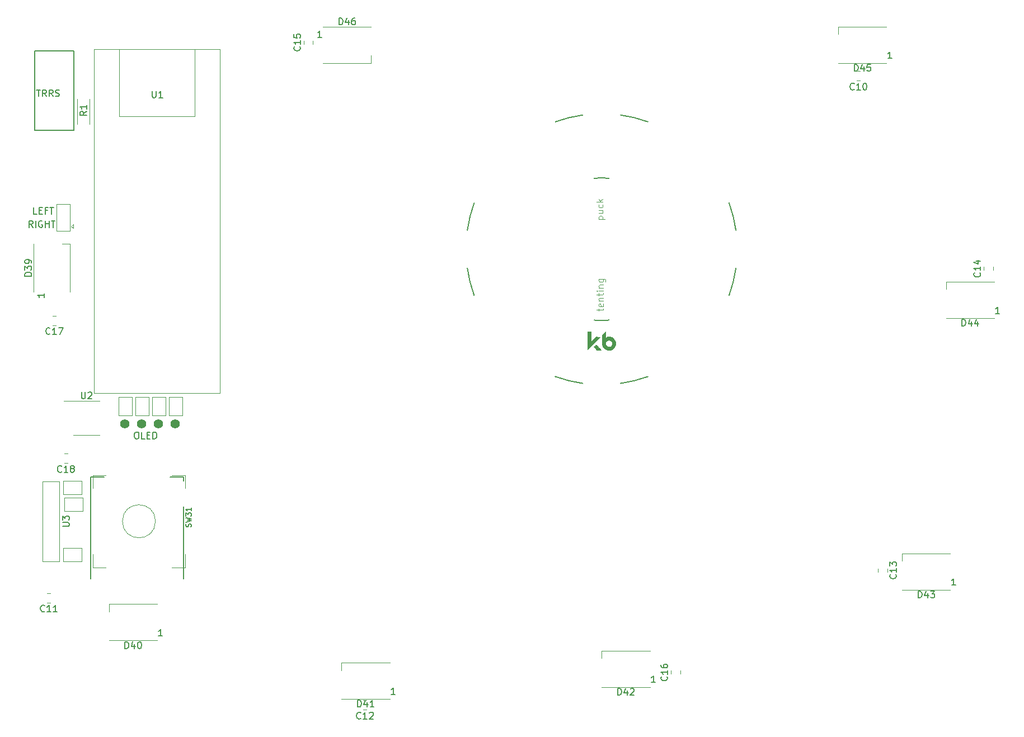
<source format=gbr>
G04 #@! TF.GenerationSoftware,KiCad,Pcbnew,5.99.0-unknown-78b555afa2~127~ubuntu20.04.1*
G04 #@! TF.CreationDate,2021-05-01T17:37:31+01:00*
G04 #@! TF.ProjectId,grandiceps-rev2,6772616e-6469-4636-9570-732d72657632,rev?*
G04 #@! TF.SameCoordinates,Original*
G04 #@! TF.FileFunction,Legend,Top*
G04 #@! TF.FilePolarity,Positive*
%FSLAX46Y46*%
G04 Gerber Fmt 4.6, Leading zero omitted, Abs format (unit mm)*
G04 Created by KiCad (PCBNEW 5.99.0-unknown-78b555afa2~127~ubuntu20.04.1) date 2021-05-01 17:37:31*
%MOMM*%
%LPD*%
G01*
G04 APERTURE LIST*
%ADD10C,0.150000*%
%ADD11C,0.200000*%
%ADD12C,0.100000*%
%ADD13C,0.120000*%
%ADD14C,0.010000*%
%ADD15C,1.397000*%
G04 APERTURE END LIST*
D10*
X91376666Y-72842380D02*
X91043333Y-72366190D01*
X90805238Y-72842380D02*
X90805238Y-71842380D01*
X91186190Y-71842380D01*
X91281428Y-71890000D01*
X91329047Y-71937619D01*
X91376666Y-72032857D01*
X91376666Y-72175714D01*
X91329047Y-72270952D01*
X91281428Y-72318571D01*
X91186190Y-72366190D01*
X90805238Y-72366190D01*
X91805238Y-72842380D02*
X91805238Y-71842380D01*
X92805238Y-71890000D02*
X92710000Y-71842380D01*
X92567142Y-71842380D01*
X92424285Y-71890000D01*
X92329047Y-71985238D01*
X92281428Y-72080476D01*
X92233809Y-72270952D01*
X92233809Y-72413809D01*
X92281428Y-72604285D01*
X92329047Y-72699523D01*
X92424285Y-72794761D01*
X92567142Y-72842380D01*
X92662380Y-72842380D01*
X92805238Y-72794761D01*
X92852857Y-72747142D01*
X92852857Y-72413809D01*
X92662380Y-72413809D01*
X93281428Y-72842380D02*
X93281428Y-71842380D01*
X93281428Y-72318571D02*
X93852857Y-72318571D01*
X93852857Y-72842380D02*
X93852857Y-71842380D01*
X94186190Y-71842380D02*
X94757619Y-71842380D01*
X94471904Y-72842380D02*
X94471904Y-71842380D01*
X92011619Y-70810380D02*
X91535428Y-70810380D01*
X91535428Y-69810380D01*
X92344952Y-70286571D02*
X92678285Y-70286571D01*
X92821142Y-70810380D02*
X92344952Y-70810380D01*
X92344952Y-69810380D01*
X92821142Y-69810380D01*
X93583047Y-70286571D02*
X93249714Y-70286571D01*
X93249714Y-70810380D02*
X93249714Y-69810380D01*
X93725904Y-69810380D01*
X93964000Y-69810380D02*
X94535428Y-69810380D01*
X94249714Y-70810380D02*
X94249714Y-69810380D01*
D11*
X115298809Y-118197619D02*
X115336904Y-118083333D01*
X115336904Y-117892857D01*
X115298809Y-117816666D01*
X115260714Y-117778571D01*
X115184523Y-117740476D01*
X115108333Y-117740476D01*
X115032142Y-117778571D01*
X114994047Y-117816666D01*
X114955952Y-117892857D01*
X114917857Y-118045238D01*
X114879761Y-118121428D01*
X114841666Y-118159523D01*
X114765476Y-118197619D01*
X114689285Y-118197619D01*
X114613095Y-118159523D01*
X114575000Y-118121428D01*
X114536904Y-118045238D01*
X114536904Y-117854761D01*
X114575000Y-117740476D01*
X114536904Y-117473809D02*
X115336904Y-117283333D01*
X114765476Y-117130952D01*
X115336904Y-116978571D01*
X114536904Y-116788095D01*
X114536904Y-116559523D02*
X114536904Y-116064285D01*
X114841666Y-116330952D01*
X114841666Y-116216666D01*
X114879761Y-116140476D01*
X114917857Y-116102380D01*
X114994047Y-116064285D01*
X115184523Y-116064285D01*
X115260714Y-116102380D01*
X115298809Y-116140476D01*
X115336904Y-116216666D01*
X115336904Y-116445238D01*
X115298809Y-116521428D01*
X115260714Y-116559523D01*
X115336904Y-115302380D02*
X115336904Y-115759523D01*
X115336904Y-115530952D02*
X114536904Y-115530952D01*
X114651190Y-115607142D01*
X114727380Y-115683333D01*
X114765476Y-115759523D01*
D10*
X109449095Y-52200180D02*
X109449095Y-53009704D01*
X109496714Y-53104942D01*
X109544333Y-53152561D01*
X109639571Y-53200180D01*
X109830047Y-53200180D01*
X109925285Y-53152561D01*
X109972904Y-53104942D01*
X110020523Y-53009704D01*
X110020523Y-52200180D01*
X111020523Y-53200180D02*
X110449095Y-53200180D01*
X110734809Y-53200180D02*
X110734809Y-52200180D01*
X110639571Y-52343038D01*
X110544333Y-52438276D01*
X110449095Y-52485895D01*
X99512380Y-55284666D02*
X99036190Y-55618000D01*
X99512380Y-55856095D02*
X98512380Y-55856095D01*
X98512380Y-55475142D01*
X98560000Y-55379904D01*
X98607619Y-55332285D01*
X98702857Y-55284666D01*
X98845714Y-55284666D01*
X98940952Y-55332285D01*
X98988571Y-55379904D01*
X99036190Y-55475142D01*
X99036190Y-55856095D01*
X99512380Y-54332285D02*
X99512380Y-54903714D01*
X99512380Y-54618000D02*
X98512380Y-54618000D01*
X98655238Y-54713238D01*
X98750476Y-54808476D01*
X98798095Y-54903714D01*
X225353714Y-128920380D02*
X225353714Y-127920380D01*
X225591809Y-127920380D01*
X225734666Y-127968000D01*
X225829904Y-128063238D01*
X225877523Y-128158476D01*
X225925142Y-128348952D01*
X225925142Y-128491809D01*
X225877523Y-128682285D01*
X225829904Y-128777523D01*
X225734666Y-128872761D01*
X225591809Y-128920380D01*
X225353714Y-128920380D01*
X226782285Y-128253714D02*
X226782285Y-128920380D01*
X226544190Y-127872761D02*
X226306095Y-128587047D01*
X226925142Y-128587047D01*
X227210857Y-127920380D02*
X227829904Y-127920380D01*
X227496571Y-128301333D01*
X227639428Y-128301333D01*
X227734666Y-128348952D01*
X227782285Y-128396571D01*
X227829904Y-128491809D01*
X227829904Y-128729904D01*
X227782285Y-128825142D01*
X227734666Y-128872761D01*
X227639428Y-128920380D01*
X227353714Y-128920380D01*
X227258476Y-128872761D01*
X227210857Y-128825142D01*
X231003714Y-127020380D02*
X230432285Y-127020380D01*
X230718000Y-127020380D02*
X230718000Y-126020380D01*
X230622761Y-126163238D01*
X230527523Y-126258476D01*
X230432285Y-126306095D01*
X91186380Y-80208285D02*
X90186380Y-80208285D01*
X90186380Y-79970190D01*
X90234000Y-79827333D01*
X90329238Y-79732095D01*
X90424476Y-79684476D01*
X90614952Y-79636857D01*
X90757809Y-79636857D01*
X90948285Y-79684476D01*
X91043523Y-79732095D01*
X91138761Y-79827333D01*
X91186380Y-79970190D01*
X91186380Y-80208285D01*
X90186380Y-79303523D02*
X90186380Y-78684476D01*
X90567333Y-79017809D01*
X90567333Y-78874952D01*
X90614952Y-78779714D01*
X90662571Y-78732095D01*
X90757809Y-78684476D01*
X90995904Y-78684476D01*
X91091142Y-78732095D01*
X91138761Y-78779714D01*
X91186380Y-78874952D01*
X91186380Y-79160666D01*
X91138761Y-79255904D01*
X91091142Y-79303523D01*
X91186380Y-78208285D02*
X91186380Y-78017809D01*
X91138761Y-77922571D01*
X91091142Y-77874952D01*
X90948285Y-77779714D01*
X90757809Y-77732095D01*
X90376857Y-77732095D01*
X90281619Y-77779714D01*
X90234000Y-77827333D01*
X90186380Y-77922571D01*
X90186380Y-78113047D01*
X90234000Y-78208285D01*
X90281619Y-78255904D01*
X90376857Y-78303523D01*
X90614952Y-78303523D01*
X90710190Y-78255904D01*
X90757809Y-78208285D01*
X90805428Y-78113047D01*
X90805428Y-77922571D01*
X90757809Y-77827333D01*
X90710190Y-77779714D01*
X90614952Y-77732095D01*
X93086380Y-82858285D02*
X93086380Y-83429714D01*
X93086380Y-83144000D02*
X92086380Y-83144000D01*
X92229238Y-83239238D01*
X92324476Y-83334476D01*
X92372095Y-83429714D01*
X93994642Y-88957142D02*
X93947023Y-89004761D01*
X93804166Y-89052380D01*
X93708928Y-89052380D01*
X93566071Y-89004761D01*
X93470833Y-88909523D01*
X93423214Y-88814285D01*
X93375595Y-88623809D01*
X93375595Y-88480952D01*
X93423214Y-88290476D01*
X93470833Y-88195238D01*
X93566071Y-88100000D01*
X93708928Y-88052380D01*
X93804166Y-88052380D01*
X93947023Y-88100000D01*
X93994642Y-88147619D01*
X94947023Y-89052380D02*
X94375595Y-89052380D01*
X94661309Y-89052380D02*
X94661309Y-88052380D01*
X94566071Y-88195238D01*
X94470833Y-88290476D01*
X94375595Y-88338095D01*
X95280357Y-88052380D02*
X95947023Y-88052380D01*
X95518452Y-89052380D01*
X93169642Y-130957142D02*
X93122023Y-131004761D01*
X92979166Y-131052380D01*
X92883928Y-131052380D01*
X92741071Y-131004761D01*
X92645833Y-130909523D01*
X92598214Y-130814285D01*
X92550595Y-130623809D01*
X92550595Y-130480952D01*
X92598214Y-130290476D01*
X92645833Y-130195238D01*
X92741071Y-130100000D01*
X92883928Y-130052380D01*
X92979166Y-130052380D01*
X93122023Y-130100000D01*
X93169642Y-130147619D01*
X94122023Y-131052380D02*
X93550595Y-131052380D01*
X93836309Y-131052380D02*
X93836309Y-130052380D01*
X93741071Y-130195238D01*
X93645833Y-130290476D01*
X93550595Y-130338095D01*
X95074404Y-131052380D02*
X94502976Y-131052380D01*
X94788690Y-131052380D02*
X94788690Y-130052380D01*
X94693452Y-130195238D01*
X94598214Y-130290476D01*
X94502976Y-130338095D01*
X231985714Y-87777380D02*
X231985714Y-86777380D01*
X232223809Y-86777380D01*
X232366666Y-86825000D01*
X232461904Y-86920238D01*
X232509523Y-87015476D01*
X232557142Y-87205952D01*
X232557142Y-87348809D01*
X232509523Y-87539285D01*
X232461904Y-87634523D01*
X232366666Y-87729761D01*
X232223809Y-87777380D01*
X231985714Y-87777380D01*
X233414285Y-87110714D02*
X233414285Y-87777380D01*
X233176190Y-86729761D02*
X232938095Y-87444047D01*
X233557142Y-87444047D01*
X234366666Y-87110714D02*
X234366666Y-87777380D01*
X234128571Y-86729761D02*
X233890476Y-87444047D01*
X234509523Y-87444047D01*
X237635714Y-85877380D02*
X237064285Y-85877380D01*
X237350000Y-85877380D02*
X237350000Y-84877380D01*
X237254761Y-85020238D01*
X237159523Y-85115476D01*
X237064285Y-85163095D01*
X215701714Y-49164380D02*
X215701714Y-48164380D01*
X215939809Y-48164380D01*
X216082666Y-48212000D01*
X216177904Y-48307238D01*
X216225523Y-48402476D01*
X216273142Y-48592952D01*
X216273142Y-48735809D01*
X216225523Y-48926285D01*
X216177904Y-49021523D01*
X216082666Y-49116761D01*
X215939809Y-49164380D01*
X215701714Y-49164380D01*
X217130285Y-48497714D02*
X217130285Y-49164380D01*
X216892190Y-48116761D02*
X216654095Y-48831047D01*
X217273142Y-48831047D01*
X218130285Y-48164380D02*
X217654095Y-48164380D01*
X217606476Y-48640571D01*
X217654095Y-48592952D01*
X217749333Y-48545333D01*
X217987428Y-48545333D01*
X218082666Y-48592952D01*
X218130285Y-48640571D01*
X218177904Y-48735809D01*
X218177904Y-48973904D01*
X218130285Y-49069142D01*
X218082666Y-49116761D01*
X217987428Y-49164380D01*
X217749333Y-49164380D01*
X217654095Y-49116761D01*
X217606476Y-49069142D01*
X221351714Y-47264380D02*
X220780285Y-47264380D01*
X221066000Y-47264380D02*
X221066000Y-46264380D01*
X220970761Y-46407238D01*
X220875523Y-46502476D01*
X220780285Y-46550095D01*
X187332142Y-140867857D02*
X187379761Y-140915476D01*
X187427380Y-141058333D01*
X187427380Y-141153571D01*
X187379761Y-141296428D01*
X187284523Y-141391666D01*
X187189285Y-141439285D01*
X186998809Y-141486904D01*
X186855952Y-141486904D01*
X186665476Y-141439285D01*
X186570238Y-141391666D01*
X186475000Y-141296428D01*
X186427380Y-141153571D01*
X186427380Y-141058333D01*
X186475000Y-140915476D01*
X186522619Y-140867857D01*
X187427380Y-139915476D02*
X187427380Y-140486904D01*
X187427380Y-140201190D02*
X186427380Y-140201190D01*
X186570238Y-140296428D01*
X186665476Y-140391666D01*
X186713095Y-140486904D01*
X186427380Y-139058333D02*
X186427380Y-139248809D01*
X186475000Y-139344047D01*
X186522619Y-139391666D01*
X186665476Y-139486904D01*
X186855952Y-139534523D01*
X187236904Y-139534523D01*
X187332142Y-139486904D01*
X187379761Y-139439285D01*
X187427380Y-139344047D01*
X187427380Y-139153571D01*
X187379761Y-139058333D01*
X187332142Y-139010714D01*
X187236904Y-138963095D01*
X186998809Y-138963095D01*
X186903571Y-139010714D01*
X186855952Y-139058333D01*
X186808333Y-139153571D01*
X186808333Y-139344047D01*
X186855952Y-139439285D01*
X186903571Y-139486904D01*
X186998809Y-139534523D01*
X137723714Y-42164380D02*
X137723714Y-41164380D01*
X137961809Y-41164380D01*
X138104666Y-41212000D01*
X138199904Y-41307238D01*
X138247523Y-41402476D01*
X138295142Y-41592952D01*
X138295142Y-41735809D01*
X138247523Y-41926285D01*
X138199904Y-42021523D01*
X138104666Y-42116761D01*
X137961809Y-42164380D01*
X137723714Y-42164380D01*
X139152285Y-41497714D02*
X139152285Y-42164380D01*
X138914190Y-41116761D02*
X138676095Y-41831047D01*
X139295142Y-41831047D01*
X140104666Y-41164380D02*
X139914190Y-41164380D01*
X139818952Y-41212000D01*
X139771333Y-41259619D01*
X139676095Y-41402476D01*
X139628476Y-41592952D01*
X139628476Y-41973904D01*
X139676095Y-42069142D01*
X139723714Y-42116761D01*
X139818952Y-42164380D01*
X140009428Y-42164380D01*
X140104666Y-42116761D01*
X140152285Y-42069142D01*
X140199904Y-41973904D01*
X140199904Y-41735809D01*
X140152285Y-41640571D01*
X140104666Y-41592952D01*
X140009428Y-41545333D01*
X139818952Y-41545333D01*
X139723714Y-41592952D01*
X139676095Y-41640571D01*
X139628476Y-41735809D01*
X135073714Y-44064380D02*
X134502285Y-44064380D01*
X134788000Y-44064380D02*
X134788000Y-43064380D01*
X134692761Y-43207238D01*
X134597523Y-43302476D01*
X134502285Y-43350095D01*
D12*
X176981714Y-71617500D02*
X177981714Y-71617500D01*
X177029333Y-71617500D02*
X176981714Y-71522261D01*
X176981714Y-71331785D01*
X177029333Y-71236547D01*
X177076952Y-71188928D01*
X177172190Y-71141309D01*
X177457904Y-71141309D01*
X177553142Y-71188928D01*
X177600761Y-71236547D01*
X177648380Y-71331785D01*
X177648380Y-71522261D01*
X177600761Y-71617500D01*
X176981714Y-70284166D02*
X177648380Y-70284166D01*
X176981714Y-70712738D02*
X177505523Y-70712738D01*
X177600761Y-70665119D01*
X177648380Y-70569880D01*
X177648380Y-70427023D01*
X177600761Y-70331785D01*
X177553142Y-70284166D01*
X177600761Y-69379404D02*
X177648380Y-69474642D01*
X177648380Y-69665119D01*
X177600761Y-69760357D01*
X177553142Y-69807976D01*
X177457904Y-69855595D01*
X177172190Y-69855595D01*
X177076952Y-69807976D01*
X177029333Y-69760357D01*
X176981714Y-69665119D01*
X176981714Y-69474642D01*
X177029333Y-69379404D01*
X177648380Y-68950833D02*
X176648380Y-68950833D01*
X177267428Y-68855595D02*
X177648380Y-68569880D01*
X176981714Y-68569880D02*
X177362666Y-68950833D01*
X177045214Y-85508000D02*
X177045214Y-85127047D01*
X176711880Y-85365142D02*
X177569023Y-85365142D01*
X177664261Y-85317523D01*
X177711880Y-85222285D01*
X177711880Y-85127047D01*
X177664261Y-84412761D02*
X177711880Y-84508000D01*
X177711880Y-84698476D01*
X177664261Y-84793714D01*
X177569023Y-84841333D01*
X177188071Y-84841333D01*
X177092833Y-84793714D01*
X177045214Y-84698476D01*
X177045214Y-84508000D01*
X177092833Y-84412761D01*
X177188071Y-84365142D01*
X177283309Y-84365142D01*
X177378547Y-84841333D01*
X177045214Y-83936571D02*
X177711880Y-83936571D01*
X177140452Y-83936571D02*
X177092833Y-83888952D01*
X177045214Y-83793714D01*
X177045214Y-83650857D01*
X177092833Y-83555619D01*
X177188071Y-83508000D01*
X177711880Y-83508000D01*
X177045214Y-83174666D02*
X177045214Y-82793714D01*
X176711880Y-83031809D02*
X177569023Y-83031809D01*
X177664261Y-82984190D01*
X177711880Y-82888952D01*
X177711880Y-82793714D01*
X177711880Y-82460380D02*
X177045214Y-82460380D01*
X176711880Y-82460380D02*
X176759500Y-82508000D01*
X176807119Y-82460380D01*
X176759500Y-82412761D01*
X176711880Y-82460380D01*
X176807119Y-82460380D01*
X177045214Y-81984190D02*
X177711880Y-81984190D01*
X177140452Y-81984190D02*
X177092833Y-81936571D01*
X177045214Y-81841333D01*
X177045214Y-81698476D01*
X177092833Y-81603238D01*
X177188071Y-81555619D01*
X177711880Y-81555619D01*
X177045214Y-80650857D02*
X177854738Y-80650857D01*
X177949976Y-80698476D01*
X177997595Y-80746095D01*
X178045214Y-80841333D01*
X178045214Y-80984190D01*
X177997595Y-81079428D01*
X177664261Y-80650857D02*
X177711880Y-80746095D01*
X177711880Y-80936571D01*
X177664261Y-81031809D01*
X177616642Y-81079428D01*
X177521404Y-81127047D01*
X177235690Y-81127047D01*
X177140452Y-81079428D01*
X177092833Y-81031809D01*
X177045214Y-80936571D01*
X177045214Y-80746095D01*
X177092833Y-80650857D01*
D10*
X140535714Y-145452380D02*
X140535714Y-144452380D01*
X140773809Y-144452380D01*
X140916666Y-144500000D01*
X141011904Y-144595238D01*
X141059523Y-144690476D01*
X141107142Y-144880952D01*
X141107142Y-145023809D01*
X141059523Y-145214285D01*
X141011904Y-145309523D01*
X140916666Y-145404761D01*
X140773809Y-145452380D01*
X140535714Y-145452380D01*
X141964285Y-144785714D02*
X141964285Y-145452380D01*
X141726190Y-144404761D02*
X141488095Y-145119047D01*
X142107142Y-145119047D01*
X143011904Y-145452380D02*
X142440476Y-145452380D01*
X142726190Y-145452380D02*
X142726190Y-144452380D01*
X142630952Y-144595238D01*
X142535714Y-144690476D01*
X142440476Y-144738095D01*
X146185714Y-143552380D02*
X145614285Y-143552380D01*
X145900000Y-143552380D02*
X145900000Y-142552380D01*
X145804761Y-142695238D01*
X145709523Y-142790476D01*
X145614285Y-142838095D01*
X95894380Y-118109904D02*
X96703904Y-118109904D01*
X96799142Y-118062285D01*
X96846761Y-118014666D01*
X96894380Y-117919428D01*
X96894380Y-117728952D01*
X96846761Y-117633714D01*
X96799142Y-117586095D01*
X96703904Y-117538476D01*
X95894380Y-117538476D01*
X95894380Y-117157523D02*
X95894380Y-116538476D01*
X96275333Y-116871809D01*
X96275333Y-116728952D01*
X96322952Y-116633714D01*
X96370571Y-116586095D01*
X96465809Y-116538476D01*
X96703904Y-116538476D01*
X96799142Y-116586095D01*
X96846761Y-116633714D01*
X96894380Y-116728952D01*
X96894380Y-117014666D01*
X96846761Y-117109904D01*
X96799142Y-117157523D01*
X131782142Y-45480357D02*
X131829761Y-45527976D01*
X131877380Y-45670833D01*
X131877380Y-45766071D01*
X131829761Y-45908928D01*
X131734523Y-46004166D01*
X131639285Y-46051785D01*
X131448809Y-46099404D01*
X131305952Y-46099404D01*
X131115476Y-46051785D01*
X131020238Y-46004166D01*
X130925000Y-45908928D01*
X130877380Y-45766071D01*
X130877380Y-45670833D01*
X130925000Y-45527976D01*
X130972619Y-45480357D01*
X131877380Y-44527976D02*
X131877380Y-45099404D01*
X131877380Y-44813690D02*
X130877380Y-44813690D01*
X131020238Y-44908928D01*
X131115476Y-45004166D01*
X131163095Y-45099404D01*
X130877380Y-43623214D02*
X130877380Y-44099404D01*
X131353571Y-44147023D01*
X131305952Y-44099404D01*
X131258333Y-44004166D01*
X131258333Y-43766071D01*
X131305952Y-43670833D01*
X131353571Y-43623214D01*
X131448809Y-43575595D01*
X131686904Y-43575595D01*
X131782142Y-43623214D01*
X131829761Y-43670833D01*
X131877380Y-43766071D01*
X131877380Y-44004166D01*
X131829761Y-44099404D01*
X131782142Y-44147023D01*
X95744642Y-109832142D02*
X95697023Y-109879761D01*
X95554166Y-109927380D01*
X95458928Y-109927380D01*
X95316071Y-109879761D01*
X95220833Y-109784523D01*
X95173214Y-109689285D01*
X95125595Y-109498809D01*
X95125595Y-109355952D01*
X95173214Y-109165476D01*
X95220833Y-109070238D01*
X95316071Y-108975000D01*
X95458928Y-108927380D01*
X95554166Y-108927380D01*
X95697023Y-108975000D01*
X95744642Y-109022619D01*
X96697023Y-109927380D02*
X96125595Y-109927380D01*
X96411309Y-109927380D02*
X96411309Y-108927380D01*
X96316071Y-109070238D01*
X96220833Y-109165476D01*
X96125595Y-109213095D01*
X97268452Y-109355952D02*
X97173214Y-109308333D01*
X97125595Y-109260714D01*
X97077976Y-109165476D01*
X97077976Y-109117857D01*
X97125595Y-109022619D01*
X97173214Y-108975000D01*
X97268452Y-108927380D01*
X97458928Y-108927380D01*
X97554166Y-108975000D01*
X97601785Y-109022619D01*
X97649404Y-109117857D01*
X97649404Y-109165476D01*
X97601785Y-109260714D01*
X97554166Y-109308333D01*
X97458928Y-109355952D01*
X97268452Y-109355952D01*
X97173214Y-109403571D01*
X97125595Y-109451190D01*
X97077976Y-109546428D01*
X97077976Y-109736904D01*
X97125595Y-109832142D01*
X97173214Y-109879761D01*
X97268452Y-109927380D01*
X97458928Y-109927380D01*
X97554166Y-109879761D01*
X97601785Y-109832142D01*
X97649404Y-109736904D01*
X97649404Y-109546428D01*
X97601785Y-109451190D01*
X97554166Y-109403571D01*
X97458928Y-109355952D01*
X221957142Y-125405357D02*
X222004761Y-125452976D01*
X222052380Y-125595833D01*
X222052380Y-125691071D01*
X222004761Y-125833928D01*
X221909523Y-125929166D01*
X221814285Y-125976785D01*
X221623809Y-126024404D01*
X221480952Y-126024404D01*
X221290476Y-125976785D01*
X221195238Y-125929166D01*
X221100000Y-125833928D01*
X221052380Y-125691071D01*
X221052380Y-125595833D01*
X221100000Y-125452976D01*
X221147619Y-125405357D01*
X222052380Y-124452976D02*
X222052380Y-125024404D01*
X222052380Y-124738690D02*
X221052380Y-124738690D01*
X221195238Y-124833928D01*
X221290476Y-124929166D01*
X221338095Y-125024404D01*
X221052380Y-124119642D02*
X221052380Y-123500595D01*
X221433333Y-123833928D01*
X221433333Y-123691071D01*
X221480952Y-123595833D01*
X221528571Y-123548214D01*
X221623809Y-123500595D01*
X221861904Y-123500595D01*
X221957142Y-123548214D01*
X222004761Y-123595833D01*
X222052380Y-123691071D01*
X222052380Y-123976785D01*
X222004761Y-124072023D01*
X221957142Y-124119642D01*
X107005619Y-103846380D02*
X107196095Y-103846380D01*
X107291333Y-103894000D01*
X107386571Y-103989238D01*
X107434190Y-104179714D01*
X107434190Y-104513047D01*
X107386571Y-104703523D01*
X107291333Y-104798761D01*
X107196095Y-104846380D01*
X107005619Y-104846380D01*
X106910380Y-104798761D01*
X106815142Y-104703523D01*
X106767523Y-104513047D01*
X106767523Y-104179714D01*
X106815142Y-103989238D01*
X106910380Y-103894000D01*
X107005619Y-103846380D01*
X108338952Y-104846380D02*
X107862761Y-104846380D01*
X107862761Y-103846380D01*
X108672285Y-104322571D02*
X109005619Y-104322571D01*
X109148476Y-104846380D02*
X108672285Y-104846380D01*
X108672285Y-103846380D01*
X109148476Y-103846380D01*
X109577047Y-104846380D02*
X109577047Y-103846380D01*
X109815142Y-103846380D01*
X109958000Y-103894000D01*
X110053238Y-103989238D01*
X110100857Y-104084476D01*
X110148476Y-104274952D01*
X110148476Y-104417809D01*
X110100857Y-104608285D01*
X110053238Y-104703523D01*
X109958000Y-104798761D01*
X109815142Y-104846380D01*
X109577047Y-104846380D01*
X234682142Y-79730357D02*
X234729761Y-79777976D01*
X234777380Y-79920833D01*
X234777380Y-80016071D01*
X234729761Y-80158928D01*
X234634523Y-80254166D01*
X234539285Y-80301785D01*
X234348809Y-80349404D01*
X234205952Y-80349404D01*
X234015476Y-80301785D01*
X233920238Y-80254166D01*
X233825000Y-80158928D01*
X233777380Y-80016071D01*
X233777380Y-79920833D01*
X233825000Y-79777976D01*
X233872619Y-79730357D01*
X234777380Y-78777976D02*
X234777380Y-79349404D01*
X234777380Y-79063690D02*
X233777380Y-79063690D01*
X233920238Y-79158928D01*
X234015476Y-79254166D01*
X234063095Y-79349404D01*
X234110714Y-77920833D02*
X234777380Y-77920833D01*
X233729761Y-78158928D02*
X234444047Y-78397023D01*
X234444047Y-77777976D01*
X140994642Y-147182142D02*
X140947023Y-147229761D01*
X140804166Y-147277380D01*
X140708928Y-147277380D01*
X140566071Y-147229761D01*
X140470833Y-147134523D01*
X140423214Y-147039285D01*
X140375595Y-146848809D01*
X140375595Y-146705952D01*
X140423214Y-146515476D01*
X140470833Y-146420238D01*
X140566071Y-146325000D01*
X140708928Y-146277380D01*
X140804166Y-146277380D01*
X140947023Y-146325000D01*
X140994642Y-146372619D01*
X141947023Y-147277380D02*
X141375595Y-147277380D01*
X141661309Y-147277380D02*
X141661309Y-146277380D01*
X141566071Y-146420238D01*
X141470833Y-146515476D01*
X141375595Y-146563095D01*
X142327976Y-146372619D02*
X142375595Y-146325000D01*
X142470833Y-146277380D01*
X142708928Y-146277380D01*
X142804166Y-146325000D01*
X142851785Y-146372619D01*
X142899404Y-146467857D01*
X142899404Y-146563095D01*
X142851785Y-146705952D01*
X142280357Y-147277380D01*
X142899404Y-147277380D01*
X179910714Y-143652380D02*
X179910714Y-142652380D01*
X180148809Y-142652380D01*
X180291666Y-142700000D01*
X180386904Y-142795238D01*
X180434523Y-142890476D01*
X180482142Y-143080952D01*
X180482142Y-143223809D01*
X180434523Y-143414285D01*
X180386904Y-143509523D01*
X180291666Y-143604761D01*
X180148809Y-143652380D01*
X179910714Y-143652380D01*
X181339285Y-142985714D02*
X181339285Y-143652380D01*
X181101190Y-142604761D02*
X180863095Y-143319047D01*
X181482142Y-143319047D01*
X181815476Y-142747619D02*
X181863095Y-142700000D01*
X181958333Y-142652380D01*
X182196428Y-142652380D01*
X182291666Y-142700000D01*
X182339285Y-142747619D01*
X182386904Y-142842857D01*
X182386904Y-142938095D01*
X182339285Y-143080952D01*
X181767857Y-143652380D01*
X182386904Y-143652380D01*
X185560714Y-141752380D02*
X184989285Y-141752380D01*
X185275000Y-141752380D02*
X185275000Y-140752380D01*
X185179761Y-140895238D01*
X185084523Y-140990476D01*
X184989285Y-141038095D01*
X98741095Y-97779380D02*
X98741095Y-98588904D01*
X98788714Y-98684142D01*
X98836333Y-98731761D01*
X98931571Y-98779380D01*
X99122047Y-98779380D01*
X99217285Y-98731761D01*
X99264904Y-98684142D01*
X99312523Y-98588904D01*
X99312523Y-97779380D01*
X99741095Y-97874619D02*
X99788714Y-97827000D01*
X99883952Y-97779380D01*
X100122047Y-97779380D01*
X100217285Y-97827000D01*
X100264904Y-97874619D01*
X100312523Y-97969857D01*
X100312523Y-98065095D01*
X100264904Y-98207952D01*
X99693476Y-98779380D01*
X100312523Y-98779380D01*
X215669642Y-51932142D02*
X215622023Y-51979761D01*
X215479166Y-52027380D01*
X215383928Y-52027380D01*
X215241071Y-51979761D01*
X215145833Y-51884523D01*
X215098214Y-51789285D01*
X215050595Y-51598809D01*
X215050595Y-51455952D01*
X215098214Y-51265476D01*
X215145833Y-51170238D01*
X215241071Y-51075000D01*
X215383928Y-51027380D01*
X215479166Y-51027380D01*
X215622023Y-51075000D01*
X215669642Y-51122619D01*
X216622023Y-52027380D02*
X216050595Y-52027380D01*
X216336309Y-52027380D02*
X216336309Y-51027380D01*
X216241071Y-51170238D01*
X216145833Y-51265476D01*
X216050595Y-51313095D01*
X217241071Y-51027380D02*
X217336309Y-51027380D01*
X217431547Y-51075000D01*
X217479166Y-51122619D01*
X217526785Y-51217857D01*
X217574404Y-51408333D01*
X217574404Y-51646428D01*
X217526785Y-51836904D01*
X217479166Y-51932142D01*
X217431547Y-51979761D01*
X217336309Y-52027380D01*
X217241071Y-52027380D01*
X217145833Y-51979761D01*
X217098214Y-51932142D01*
X217050595Y-51836904D01*
X217002976Y-51646428D01*
X217002976Y-51408333D01*
X217050595Y-51217857D01*
X217098214Y-51122619D01*
X217145833Y-51075000D01*
X217241071Y-51027380D01*
X105335714Y-136602380D02*
X105335714Y-135602380D01*
X105573809Y-135602380D01*
X105716666Y-135650000D01*
X105811904Y-135745238D01*
X105859523Y-135840476D01*
X105907142Y-136030952D01*
X105907142Y-136173809D01*
X105859523Y-136364285D01*
X105811904Y-136459523D01*
X105716666Y-136554761D01*
X105573809Y-136602380D01*
X105335714Y-136602380D01*
X106764285Y-135935714D02*
X106764285Y-136602380D01*
X106526190Y-135554761D02*
X106288095Y-136269047D01*
X106907142Y-136269047D01*
X107478571Y-135602380D02*
X107573809Y-135602380D01*
X107669047Y-135650000D01*
X107716666Y-135697619D01*
X107764285Y-135792857D01*
X107811904Y-135983333D01*
X107811904Y-136221428D01*
X107764285Y-136411904D01*
X107716666Y-136507142D01*
X107669047Y-136554761D01*
X107573809Y-136602380D01*
X107478571Y-136602380D01*
X107383333Y-136554761D01*
X107335714Y-136507142D01*
X107288095Y-136411904D01*
X107240476Y-136221428D01*
X107240476Y-135983333D01*
X107288095Y-135792857D01*
X107335714Y-135697619D01*
X107383333Y-135650000D01*
X107478571Y-135602380D01*
X110985714Y-134702380D02*
X110414285Y-134702380D01*
X110700000Y-134702380D02*
X110700000Y-133702380D01*
X110604761Y-133845238D01*
X110509523Y-133940476D01*
X110414285Y-133988095D01*
X91951195Y-52017680D02*
X92522623Y-52017680D01*
X92236909Y-53017680D02*
X92236909Y-52017680D01*
X93427385Y-53017680D02*
X93094052Y-52541490D01*
X92855957Y-53017680D02*
X92855957Y-52017680D01*
X93236909Y-52017680D01*
X93332147Y-52065300D01*
X93379766Y-52112919D01*
X93427385Y-52208157D01*
X93427385Y-52351014D01*
X93379766Y-52446252D01*
X93332147Y-52493871D01*
X93236909Y-52541490D01*
X92855957Y-52541490D01*
X94427385Y-53017680D02*
X94094052Y-52541490D01*
X93855957Y-53017680D02*
X93855957Y-52017680D01*
X94236909Y-52017680D01*
X94332147Y-52065300D01*
X94379766Y-52112919D01*
X94427385Y-52208157D01*
X94427385Y-52351014D01*
X94379766Y-52446252D01*
X94332147Y-52493871D01*
X94236909Y-52541490D01*
X93855957Y-52541490D01*
X94808338Y-52970061D02*
X94951195Y-53017680D01*
X95189290Y-53017680D01*
X95284528Y-52970061D01*
X95332147Y-52922442D01*
X95379766Y-52827204D01*
X95379766Y-52731966D01*
X95332147Y-52636728D01*
X95284528Y-52589109D01*
X95189290Y-52541490D01*
X94998814Y-52493871D01*
X94903576Y-52446252D01*
X94855957Y-52398633D01*
X94808338Y-52303395D01*
X94808338Y-52208157D01*
X94855957Y-52112919D01*
X94903576Y-52065300D01*
X94998814Y-52017680D01*
X95236909Y-52017680D01*
X95379766Y-52065300D01*
D11*
X102175000Y-110650000D02*
X100175000Y-110650000D01*
X114175000Y-126050000D02*
X114175000Y-115150000D01*
X114175000Y-111250000D02*
X114175000Y-110650000D01*
X114175000Y-110650000D02*
X112175000Y-110650000D01*
X100175000Y-110650000D02*
X100175000Y-126050000D01*
D13*
X100686000Y-97967800D02*
X100686000Y-45897800D01*
X104496000Y-56057800D02*
X115926000Y-56057800D01*
X119736000Y-97967800D02*
X100686000Y-97967800D01*
X115926000Y-56057800D02*
X115926000Y-45897800D01*
X100686000Y-45897800D02*
X119736000Y-45897800D01*
X119736000Y-45897800D02*
X119736000Y-97967800D01*
X104496000Y-45897800D02*
X104496000Y-56057800D01*
X99980000Y-57241200D02*
X99980000Y-53401200D01*
X98140000Y-57241200D02*
X98140000Y-53401200D01*
X222918000Y-122218000D02*
X222918000Y-123368000D01*
X230218000Y-127718000D02*
X222918000Y-127718000D01*
X230218000Y-122218000D02*
X222918000Y-122218000D01*
X96984000Y-75344000D02*
X95834000Y-75344000D01*
X91484000Y-82644000D02*
X91484000Y-75344000D01*
X96984000Y-82644000D02*
X96984000Y-75344000D01*
X94896078Y-87660000D02*
X94378922Y-87660000D01*
X94896078Y-86240000D02*
X94378922Y-86240000D01*
X94071078Y-128240000D02*
X93553922Y-128240000D01*
X94071078Y-129660000D02*
X93553922Y-129660000D01*
X236850000Y-81075000D02*
X229550000Y-81075000D01*
X236850000Y-86575000D02*
X229550000Y-86575000D01*
X229550000Y-81075000D02*
X229550000Y-82225000D01*
X106410000Y-98534000D02*
X106410000Y-101334000D01*
X104410000Y-98534000D02*
X106410000Y-98534000D01*
X106410000Y-101334000D02*
X104410000Y-101334000D01*
X104410000Y-101334000D02*
X104410000Y-98534000D01*
X213266000Y-42462000D02*
X213266000Y-43612000D01*
X220566000Y-42462000D02*
X213266000Y-42462000D01*
X220566000Y-47962000D02*
X213266000Y-47962000D01*
X98794000Y-121428000D02*
X98794000Y-123428000D01*
X95994000Y-121428000D02*
X98794000Y-121428000D01*
X98794000Y-123428000D02*
X95994000Y-123428000D01*
X95994000Y-123428000D02*
X95994000Y-121428000D01*
X189335000Y-140483578D02*
X189335000Y-139966422D01*
X187915000Y-140483578D02*
X187915000Y-139966422D01*
X108950000Y-98534000D02*
X108950000Y-101334000D01*
X108950000Y-101334000D02*
X106950000Y-101334000D01*
X106950000Y-98534000D02*
X108950000Y-98534000D01*
X106950000Y-101334000D02*
X106950000Y-98534000D01*
X135288000Y-42462000D02*
X142588000Y-42462000D01*
X135288000Y-47962000D02*
X142588000Y-47962000D01*
X142588000Y-47962000D02*
X142588000Y-46812000D01*
D11*
X184458047Y-95436134D02*
G75*
G02*
X180307500Y-96470000I-7008047J19286134D01*
G01*
X176321615Y-65414136D02*
G75*
G02*
X177450000Y-65355000I1128385J-10735864D01*
G01*
X176321615Y-86885864D02*
G75*
G03*
X177450000Y-86945000I1128385J10735864D01*
G01*
X158163866Y-83158047D02*
G75*
G02*
X157130000Y-79007500I19286134J7008047D01*
G01*
X196736135Y-69141955D02*
G75*
G02*
X197770000Y-73292500I-19286135J-7008045D01*
G01*
X170441952Y-56863866D02*
G75*
G02*
X174592500Y-55830000I7008048J-19286134D01*
G01*
X178578385Y-86885864D02*
G75*
G02*
X177450000Y-86945000I-1128385J10735864D01*
G01*
X170441954Y-95436134D02*
G75*
G03*
X174592500Y-96470000I7008046J19286134D01*
G01*
X158163866Y-69141952D02*
G75*
G03*
X157130000Y-73292500I19286134J-7008048D01*
G01*
X184458047Y-56863866D02*
G75*
G03*
X180307500Y-55830000I-7008047J-19286134D01*
G01*
X178578385Y-65414136D02*
G75*
G03*
X177450000Y-65355000I-1128385J-10735864D01*
G01*
X196736135Y-83158046D02*
G75*
G03*
X197770000Y-79007500I-19286135J7008046D01*
G01*
D14*
X175823245Y-90231867D02*
X176626191Y-89429167D01*
X176626191Y-89429167D02*
X176914559Y-89432261D01*
X176914559Y-89432261D02*
X177202927Y-89435354D01*
X177202927Y-89435354D02*
X176355703Y-90295491D01*
X176355703Y-90295491D02*
X176237778Y-90415214D01*
X176237778Y-90415214D02*
X176122979Y-90531763D01*
X176122979Y-90531763D02*
X176012525Y-90643903D01*
X176012525Y-90643903D02*
X175907633Y-90750396D01*
X175907633Y-90750396D02*
X175809521Y-90850007D01*
X175809521Y-90850007D02*
X175719406Y-90941500D01*
X175719406Y-90941500D02*
X175638507Y-91023637D01*
X175638507Y-91023637D02*
X175568040Y-91095182D01*
X175568040Y-91095182D02*
X175509224Y-91154900D01*
X175509224Y-91154900D02*
X175463277Y-91201554D01*
X175463277Y-91201554D02*
X175431416Y-91233907D01*
X175431416Y-91233907D02*
X175417635Y-91247903D01*
X175417635Y-91247903D02*
X175326791Y-91340179D01*
X175326791Y-91340179D02*
X175326791Y-88598309D01*
X175326791Y-88598309D02*
X175823245Y-88598309D01*
X175823245Y-88598309D02*
X175823245Y-90231867D01*
X175823245Y-90231867D02*
X175823245Y-90231867D01*
G36*
X175823245Y-90231867D02*
G01*
X176626191Y-89429167D01*
X176914559Y-89432261D01*
X177202927Y-89435354D01*
X176355703Y-90295491D01*
X176237778Y-90415214D01*
X176122979Y-90531763D01*
X176012525Y-90643903D01*
X175907633Y-90750396D01*
X175809521Y-90850007D01*
X175719406Y-90941500D01*
X175638507Y-91023637D01*
X175568040Y-91095182D01*
X175509224Y-91154900D01*
X175463277Y-91201554D01*
X175431416Y-91233907D01*
X175417635Y-91247903D01*
X175326791Y-91340179D01*
X175326791Y-88598309D01*
X175823245Y-88598309D01*
X175823245Y-90231867D01*
G37*
X175823245Y-90231867D02*
X176626191Y-89429167D01*
X176914559Y-89432261D01*
X177202927Y-89435354D01*
X176355703Y-90295491D01*
X176237778Y-90415214D01*
X176122979Y-90531763D01*
X176012525Y-90643903D01*
X175907633Y-90750396D01*
X175809521Y-90850007D01*
X175719406Y-90941500D01*
X175638507Y-91023637D01*
X175568040Y-91095182D01*
X175509224Y-91154900D01*
X175463277Y-91201554D01*
X175431416Y-91233907D01*
X175417635Y-91247903D01*
X175326791Y-91340179D01*
X175326791Y-88598309D01*
X175823245Y-88598309D01*
X175823245Y-90231867D01*
X176630025Y-90638398D02*
X176652728Y-90661261D01*
X176652728Y-90661261D02*
X176687207Y-90696792D01*
X176687207Y-90696792D02*
X176731476Y-90742884D01*
X176731476Y-90742884D02*
X176783543Y-90797430D01*
X176783543Y-90797430D02*
X176841422Y-90858324D01*
X176841422Y-90858324D02*
X176903121Y-90923459D01*
X176903121Y-90923459D02*
X176966654Y-90990729D01*
X176966654Y-90990729D02*
X177030029Y-91058027D01*
X177030029Y-91058027D02*
X177091259Y-91123246D01*
X177091259Y-91123246D02*
X177148355Y-91184281D01*
X177148355Y-91184281D02*
X177199327Y-91239024D01*
X177199327Y-91239024D02*
X177242187Y-91285369D01*
X177242187Y-91285369D02*
X177274945Y-91321209D01*
X177274945Y-91321209D02*
X177295613Y-91344438D01*
X177295613Y-91344438D02*
X177297906Y-91347129D01*
X177297906Y-91347129D02*
X177326207Y-91380764D01*
X177326207Y-91380764D02*
X176706193Y-91380764D01*
X176706193Y-91380764D02*
X176532843Y-91204695D01*
X176532843Y-91204695D02*
X176479101Y-91149952D01*
X176479101Y-91149952D02*
X176428818Y-91098439D01*
X176428818Y-91098439D02*
X176385002Y-91053259D01*
X176385002Y-91053259D02*
X176350656Y-91017513D01*
X176350656Y-91017513D02*
X176328788Y-90994304D01*
X176328788Y-90994304D02*
X176325611Y-90990812D01*
X176325611Y-90990812D02*
X176291729Y-90952997D01*
X176291729Y-90952997D02*
X176452764Y-90791653D01*
X176452764Y-90791653D02*
X176502477Y-90742198D01*
X176502477Y-90742198D02*
X176546701Y-90698873D01*
X176546701Y-90698873D02*
X176582848Y-90664160D01*
X176582848Y-90664160D02*
X176608330Y-90640540D01*
X176608330Y-90640540D02*
X176620559Y-90630492D01*
X176620559Y-90630492D02*
X176621090Y-90630309D01*
X176621090Y-90630309D02*
X176630025Y-90638398D01*
X176630025Y-90638398D02*
X176630025Y-90638398D01*
G36*
X176630025Y-90638398D02*
G01*
X176652728Y-90661261D01*
X176687207Y-90696792D01*
X176731476Y-90742884D01*
X176783543Y-90797430D01*
X176841422Y-90858324D01*
X176903121Y-90923459D01*
X176966654Y-90990729D01*
X177030029Y-91058027D01*
X177091259Y-91123246D01*
X177148355Y-91184281D01*
X177199327Y-91239024D01*
X177242187Y-91285369D01*
X177274945Y-91321209D01*
X177295613Y-91344438D01*
X177297906Y-91347129D01*
X177326207Y-91380764D01*
X176706193Y-91380764D01*
X176532843Y-91204695D01*
X176479101Y-91149952D01*
X176428818Y-91098439D01*
X176385002Y-91053259D01*
X176350656Y-91017513D01*
X176328788Y-90994304D01*
X176325611Y-90990812D01*
X176291729Y-90952997D01*
X176452764Y-90791653D01*
X176502477Y-90742198D01*
X176546701Y-90698873D01*
X176582848Y-90664160D01*
X176608330Y-90640540D01*
X176620559Y-90630492D01*
X176621090Y-90630309D01*
X176630025Y-90638398D01*
G37*
X176630025Y-90638398D02*
X176652728Y-90661261D01*
X176687207Y-90696792D01*
X176731476Y-90742884D01*
X176783543Y-90797430D01*
X176841422Y-90858324D01*
X176903121Y-90923459D01*
X176966654Y-90990729D01*
X177030029Y-91058027D01*
X177091259Y-91123246D01*
X177148355Y-91184281D01*
X177199327Y-91239024D01*
X177242187Y-91285369D01*
X177274945Y-91321209D01*
X177295613Y-91344438D01*
X177297906Y-91347129D01*
X177326207Y-91380764D01*
X176706193Y-91380764D01*
X176532843Y-91204695D01*
X176479101Y-91149952D01*
X176428818Y-91098439D01*
X176385002Y-91053259D01*
X176350656Y-91017513D01*
X176328788Y-90994304D01*
X176325611Y-90990812D01*
X176291729Y-90952997D01*
X176452764Y-90791653D01*
X176502477Y-90742198D01*
X176546701Y-90698873D01*
X176582848Y-90664160D01*
X176608330Y-90640540D01*
X176620559Y-90630492D01*
X176621090Y-90630309D01*
X176630025Y-90638398D01*
X178028279Y-89097650D02*
X178028471Y-89201890D01*
X178028471Y-89201890D02*
X178028960Y-89298635D01*
X178028960Y-89298635D02*
X178029710Y-89385521D01*
X178029710Y-89385521D02*
X178030686Y-89460183D01*
X178030686Y-89460183D02*
X178031855Y-89520258D01*
X178031855Y-89520258D02*
X178033182Y-89563381D01*
X178033182Y-89563381D02*
X178034631Y-89587188D01*
X178034631Y-89587188D02*
X178035539Y-89591218D01*
X178035539Y-89591218D02*
X178047970Y-89584904D01*
X178047970Y-89584904D02*
X178072816Y-89568561D01*
X178072816Y-89568561D02*
X178096950Y-89551359D01*
X178096950Y-89551359D02*
X178211647Y-89480637D01*
X178211647Y-89480637D02*
X178333863Y-89431533D01*
X178333863Y-89431533D02*
X178464246Y-89403857D01*
X178464246Y-89403857D02*
X178603447Y-89397419D01*
X178603447Y-89397419D02*
X178621259Y-89398087D01*
X178621259Y-89398087D02*
X178710894Y-89404639D01*
X178710894Y-89404639D02*
X178787377Y-89416576D01*
X178787377Y-89416576D02*
X178859029Y-89436068D01*
X178859029Y-89436068D02*
X178934167Y-89465285D01*
X178934167Y-89465285D02*
X179004018Y-89497924D01*
X179004018Y-89497924D02*
X179131951Y-89573217D01*
X179131951Y-89573217D02*
X179244871Y-89665197D01*
X179244871Y-89665197D02*
X179341765Y-89772186D01*
X179341765Y-89772186D02*
X179421623Y-89892511D01*
X179421623Y-89892511D02*
X179483433Y-90024496D01*
X179483433Y-90024496D02*
X179526185Y-90166465D01*
X179526185Y-90166465D02*
X179548866Y-90316744D01*
X179548866Y-90316744D02*
X179552427Y-90406414D01*
X179552427Y-90406414D02*
X179542136Y-90558892D01*
X179542136Y-90558892D02*
X179510780Y-90703456D01*
X179510780Y-90703456D02*
X179457635Y-90842692D01*
X179457635Y-90842692D02*
X179400380Y-90949611D01*
X179400380Y-90949611D02*
X179314668Y-91069904D01*
X179314668Y-91069904D02*
X179213055Y-91174753D01*
X179213055Y-91174753D02*
X179097722Y-91263075D01*
X179097722Y-91263075D02*
X178970847Y-91333789D01*
X178970847Y-91333789D02*
X178834611Y-91385812D01*
X178834611Y-91385812D02*
X178691192Y-91418065D01*
X178691192Y-91418065D02*
X178542771Y-91429464D01*
X178542771Y-91429464D02*
X178442525Y-91424981D01*
X178442525Y-91424981D02*
X178297917Y-91400100D01*
X178297917Y-91400100D02*
X178157349Y-91353825D01*
X178157349Y-91353825D02*
X178024176Y-91287846D01*
X178024176Y-91287846D02*
X177901756Y-91203849D01*
X177901756Y-91203849D02*
X177793444Y-91103523D01*
X177793444Y-91103523D02*
X177785050Y-91094357D01*
X177785050Y-91094357D02*
X177703919Y-90990237D01*
X177703919Y-90990237D02*
X177634227Y-90872055D01*
X177634227Y-90872055D02*
X177579061Y-90746192D01*
X177579061Y-90746192D02*
X177541508Y-90619032D01*
X177541508Y-90619032D02*
X177532639Y-90572582D01*
X177532639Y-90572582D02*
X177530026Y-90544187D01*
X177530026Y-90544187D02*
X177527681Y-90494115D01*
X177527681Y-90494115D02*
X177526212Y-90443781D01*
X177526212Y-90443781D02*
X178022550Y-90443781D01*
X178022550Y-90443781D02*
X178033122Y-90541330D01*
X178033122Y-90541330D02*
X178063554Y-90635349D01*
X178063554Y-90635349D02*
X178092208Y-90689494D01*
X178092208Y-90689494D02*
X178159142Y-90777777D01*
X178159142Y-90777777D02*
X178238623Y-90848654D01*
X178238623Y-90848654D02*
X178328055Y-90901147D01*
X178328055Y-90901147D02*
X178424841Y-90934279D01*
X178424841Y-90934279D02*
X178526382Y-90947073D01*
X178526382Y-90947073D02*
X178630083Y-90938552D01*
X178630083Y-90938552D02*
X178702910Y-90919264D01*
X178702910Y-90919264D02*
X178745907Y-90903178D01*
X178745907Y-90903178D02*
X178786812Y-90885818D01*
X178786812Y-90885818D02*
X178802979Y-90878042D01*
X178802979Y-90878042D02*
X178848265Y-90847038D01*
X178848265Y-90847038D02*
X178897588Y-90800844D01*
X178897588Y-90800844D02*
X178945645Y-90745388D01*
X178945645Y-90745388D02*
X178987130Y-90686594D01*
X178987130Y-90686594D02*
X179008618Y-90648267D01*
X179008618Y-90648267D02*
X179028799Y-90604021D01*
X179028799Y-90604021D02*
X179041444Y-90565413D01*
X179041444Y-90565413D02*
X179048801Y-90523121D01*
X179048801Y-90523121D02*
X179053119Y-90467818D01*
X179053119Y-90467818D02*
X179053401Y-90462528D01*
X179053401Y-90462528D02*
X179050033Y-90355283D01*
X179050033Y-90355283D02*
X179027177Y-90257391D01*
X179027177Y-90257391D02*
X178983525Y-90163968D01*
X178983525Y-90163968D02*
X178965755Y-90135439D01*
X178965755Y-90135439D02*
X178901213Y-90057535D01*
X178901213Y-90057535D02*
X178822396Y-89995365D01*
X178822396Y-89995365D02*
X178732760Y-89949869D01*
X178732760Y-89949869D02*
X178635761Y-89921991D01*
X178635761Y-89921991D02*
X178534857Y-89912671D01*
X178534857Y-89912671D02*
X178433505Y-89922853D01*
X178433505Y-89922853D02*
X178335159Y-89953478D01*
X178335159Y-89953478D02*
X178321156Y-89959764D01*
X178321156Y-89959764D02*
X178233204Y-90012713D01*
X178233204Y-90012713D02*
X178159214Y-90080927D01*
X178159214Y-90080927D02*
X178100171Y-90161273D01*
X178100171Y-90161273D02*
X178057058Y-90250620D01*
X178057058Y-90250620D02*
X178030856Y-90345833D01*
X178030856Y-90345833D02*
X178022550Y-90443781D01*
X178022550Y-90443781D02*
X177526212Y-90443781D01*
X177526212Y-90443781D02*
X177525628Y-90423778D01*
X177525628Y-90423778D02*
X177523889Y-90334589D01*
X177523889Y-90334589D02*
X177522486Y-90227960D01*
X177522486Y-90227960D02*
X177521442Y-90105304D01*
X177521442Y-90105304D02*
X177520778Y-89968032D01*
X177520778Y-89968032D02*
X177520517Y-89817558D01*
X177520517Y-89817558D02*
X177520514Y-89805822D01*
X177520514Y-89805822D02*
X177520427Y-89114108D01*
X177520427Y-89114108D02*
X178028131Y-88604082D01*
X178028131Y-88604082D02*
X178028279Y-89097650D01*
X178028279Y-89097650D02*
X178028279Y-89097650D01*
G36*
X177523889Y-90334589D02*
G01*
X177522486Y-90227960D01*
X177521442Y-90105304D01*
X177520778Y-89968032D01*
X177520517Y-89817558D01*
X177520514Y-89805822D01*
X177520427Y-89114108D01*
X178028131Y-88604082D01*
X178028279Y-89097650D01*
X178028471Y-89201890D01*
X178028960Y-89298635D01*
X178029710Y-89385521D01*
X178030686Y-89460183D01*
X178031855Y-89520258D01*
X178033182Y-89563381D01*
X178034631Y-89587188D01*
X178035539Y-89591218D01*
X178047970Y-89584904D01*
X178072816Y-89568561D01*
X178096950Y-89551359D01*
X178211647Y-89480637D01*
X178333863Y-89431533D01*
X178464246Y-89403857D01*
X178603447Y-89397419D01*
X178621259Y-89398087D01*
X178710894Y-89404639D01*
X178787377Y-89416576D01*
X178859029Y-89436068D01*
X178934167Y-89465285D01*
X179004018Y-89497924D01*
X179131951Y-89573217D01*
X179244871Y-89665197D01*
X179341765Y-89772186D01*
X179421623Y-89892511D01*
X179483433Y-90024496D01*
X179526185Y-90166465D01*
X179548866Y-90316744D01*
X179552427Y-90406414D01*
X179542136Y-90558892D01*
X179510780Y-90703456D01*
X179457635Y-90842692D01*
X179400380Y-90949611D01*
X179314668Y-91069904D01*
X179213055Y-91174753D01*
X179097722Y-91263075D01*
X178970847Y-91333789D01*
X178834611Y-91385812D01*
X178691192Y-91418065D01*
X178542771Y-91429464D01*
X178442525Y-91424981D01*
X178297917Y-91400100D01*
X178157349Y-91353825D01*
X178024176Y-91287846D01*
X177901756Y-91203849D01*
X177793444Y-91103523D01*
X177785050Y-91094357D01*
X177703919Y-90990237D01*
X177634227Y-90872055D01*
X177579061Y-90746192D01*
X177541508Y-90619032D01*
X177532639Y-90572582D01*
X177530026Y-90544187D01*
X177527681Y-90494115D01*
X177526212Y-90443781D01*
X178022550Y-90443781D01*
X178033122Y-90541330D01*
X178063554Y-90635349D01*
X178092208Y-90689494D01*
X178159142Y-90777777D01*
X178238623Y-90848654D01*
X178328055Y-90901147D01*
X178424841Y-90934279D01*
X178526382Y-90947073D01*
X178630083Y-90938552D01*
X178702910Y-90919264D01*
X178745907Y-90903178D01*
X178786812Y-90885818D01*
X178802979Y-90878042D01*
X178848265Y-90847038D01*
X178897588Y-90800844D01*
X178945645Y-90745388D01*
X178987130Y-90686594D01*
X179008618Y-90648267D01*
X179028799Y-90604021D01*
X179041444Y-90565413D01*
X179048801Y-90523121D01*
X179053119Y-90467818D01*
X179053401Y-90462528D01*
X179050033Y-90355283D01*
X179027177Y-90257391D01*
X178983525Y-90163968D01*
X178965755Y-90135439D01*
X178901213Y-90057535D01*
X178822396Y-89995365D01*
X178732760Y-89949869D01*
X178635761Y-89921991D01*
X178534857Y-89912671D01*
X178433505Y-89922853D01*
X178335159Y-89953478D01*
X178321156Y-89959764D01*
X178233204Y-90012713D01*
X178159214Y-90080927D01*
X178100171Y-90161273D01*
X178057058Y-90250620D01*
X178030856Y-90345833D01*
X178022550Y-90443781D01*
X177526212Y-90443781D01*
X177525628Y-90423778D01*
X177523889Y-90334589D01*
G37*
X177523889Y-90334589D02*
X177522486Y-90227960D01*
X177521442Y-90105304D01*
X177520778Y-89968032D01*
X177520517Y-89817558D01*
X177520514Y-89805822D01*
X177520427Y-89114108D01*
X178028131Y-88604082D01*
X178028279Y-89097650D01*
X178028471Y-89201890D01*
X178028960Y-89298635D01*
X178029710Y-89385521D01*
X178030686Y-89460183D01*
X178031855Y-89520258D01*
X178033182Y-89563381D01*
X178034631Y-89587188D01*
X178035539Y-89591218D01*
X178047970Y-89584904D01*
X178072816Y-89568561D01*
X178096950Y-89551359D01*
X178211647Y-89480637D01*
X178333863Y-89431533D01*
X178464246Y-89403857D01*
X178603447Y-89397419D01*
X178621259Y-89398087D01*
X178710894Y-89404639D01*
X178787377Y-89416576D01*
X178859029Y-89436068D01*
X178934167Y-89465285D01*
X179004018Y-89497924D01*
X179131951Y-89573217D01*
X179244871Y-89665197D01*
X179341765Y-89772186D01*
X179421623Y-89892511D01*
X179483433Y-90024496D01*
X179526185Y-90166465D01*
X179548866Y-90316744D01*
X179552427Y-90406414D01*
X179542136Y-90558892D01*
X179510780Y-90703456D01*
X179457635Y-90842692D01*
X179400380Y-90949611D01*
X179314668Y-91069904D01*
X179213055Y-91174753D01*
X179097722Y-91263075D01*
X178970847Y-91333789D01*
X178834611Y-91385812D01*
X178691192Y-91418065D01*
X178542771Y-91429464D01*
X178442525Y-91424981D01*
X178297917Y-91400100D01*
X178157349Y-91353825D01*
X178024176Y-91287846D01*
X177901756Y-91203849D01*
X177793444Y-91103523D01*
X177785050Y-91094357D01*
X177703919Y-90990237D01*
X177634227Y-90872055D01*
X177579061Y-90746192D01*
X177541508Y-90619032D01*
X177532639Y-90572582D01*
X177530026Y-90544187D01*
X177527681Y-90494115D01*
X177526212Y-90443781D01*
X178022550Y-90443781D01*
X178033122Y-90541330D01*
X178063554Y-90635349D01*
X178092208Y-90689494D01*
X178159142Y-90777777D01*
X178238623Y-90848654D01*
X178328055Y-90901147D01*
X178424841Y-90934279D01*
X178526382Y-90947073D01*
X178630083Y-90938552D01*
X178702910Y-90919264D01*
X178745907Y-90903178D01*
X178786812Y-90885818D01*
X178802979Y-90878042D01*
X178848265Y-90847038D01*
X178897588Y-90800844D01*
X178945645Y-90745388D01*
X178987130Y-90686594D01*
X179008618Y-90648267D01*
X179028799Y-90604021D01*
X179041444Y-90565413D01*
X179048801Y-90523121D01*
X179053119Y-90467818D01*
X179053401Y-90462528D01*
X179050033Y-90355283D01*
X179027177Y-90257391D01*
X178983525Y-90163968D01*
X178965755Y-90135439D01*
X178901213Y-90057535D01*
X178822396Y-89995365D01*
X178732760Y-89949869D01*
X178635761Y-89921991D01*
X178534857Y-89912671D01*
X178433505Y-89922853D01*
X178335159Y-89953478D01*
X178321156Y-89959764D01*
X178233204Y-90012713D01*
X178159214Y-90080927D01*
X178100171Y-90161273D01*
X178057058Y-90250620D01*
X178030856Y-90345833D01*
X178022550Y-90443781D01*
X177526212Y-90443781D01*
X177525628Y-90423778D01*
X177523889Y-90334589D01*
D13*
X138100000Y-138750000D02*
X138100000Y-139900000D01*
X145400000Y-138750000D02*
X138100000Y-138750000D01*
X145400000Y-144250000D02*
X138100000Y-144250000D01*
X95392000Y-123448000D02*
X92892000Y-123448000D01*
X100442000Y-110348000D02*
X100442000Y-112348000D01*
X114442000Y-124348000D02*
X114442000Y-122348000D01*
X112442000Y-110348000D02*
X114442000Y-110348000D01*
X114442000Y-110348000D02*
X114442000Y-112348000D01*
X95392000Y-111348000D02*
X95392000Y-123448000D01*
X114442000Y-122348000D02*
X114442000Y-124348000D01*
X92892000Y-123248000D02*
X92892000Y-111348000D01*
X114442000Y-124348000D02*
X112442000Y-124348000D01*
X113442000Y-110348000D02*
X112442000Y-110348000D01*
X114442000Y-110348000D02*
X113442000Y-110348000D01*
X100442000Y-124348000D02*
X100442000Y-122348000D01*
X92892000Y-111348000D02*
X95392000Y-111348000D01*
X92892000Y-123448000D02*
X92892000Y-123248000D01*
X100442000Y-110348000D02*
X102442000Y-110348000D01*
X100442000Y-124348000D02*
X102442000Y-124348000D01*
X100442000Y-122348000D02*
X100442000Y-124348000D01*
X109942000Y-117348000D02*
G75*
G03*
X109942000Y-117348000I-2500000J0D01*
G01*
X133785000Y-45096078D02*
X133785000Y-44578922D01*
X132365000Y-45096078D02*
X132365000Y-44578922D01*
X98936000Y-113808000D02*
X98936000Y-115808000D01*
X98936000Y-115808000D02*
X96136000Y-115808000D01*
X96136000Y-113808000D02*
X98936000Y-113808000D01*
X96136000Y-115808000D02*
X96136000Y-113808000D01*
X96024000Y-111268000D02*
X98824000Y-111268000D01*
X96024000Y-113268000D02*
X96024000Y-111268000D01*
X98824000Y-111268000D02*
X98824000Y-113268000D01*
X98824000Y-113268000D02*
X96024000Y-113268000D01*
X96646078Y-107115000D02*
X96128922Y-107115000D01*
X96646078Y-108535000D02*
X96128922Y-108535000D01*
X220660000Y-124503922D02*
X220660000Y-125021078D01*
X219240000Y-124503922D02*
X219240000Y-125021078D01*
X235265000Y-79346078D02*
X235265000Y-78828922D01*
X236685000Y-79346078D02*
X236685000Y-78828922D01*
X141896078Y-144465000D02*
X141378922Y-144465000D01*
X141896078Y-145885000D02*
X141378922Y-145885000D01*
X184775000Y-136950000D02*
X177475000Y-136950000D01*
X177475000Y-136950000D02*
X177475000Y-138100000D01*
X184775000Y-142450000D02*
X177475000Y-142450000D01*
X99503000Y-99167000D02*
X101453000Y-99167000D01*
X99503000Y-104287000D02*
X97553000Y-104287000D01*
X99503000Y-104287000D02*
X101453000Y-104287000D01*
X99503000Y-99167000D02*
X96053000Y-99167000D01*
X95012000Y-73424000D02*
X95012000Y-69324000D01*
X97212000Y-72674000D02*
X97512000Y-72374000D01*
X95012000Y-69324000D02*
X97012000Y-69324000D01*
X97512000Y-72974000D02*
X97512000Y-72374000D01*
X97212000Y-72674000D02*
X97512000Y-72974000D01*
X97012000Y-73424000D02*
X95012000Y-73424000D01*
X97012000Y-69324000D02*
X97012000Y-73424000D01*
X216571078Y-50635000D02*
X216053922Y-50635000D01*
X216571078Y-49215000D02*
X216053922Y-49215000D01*
X109490000Y-98534000D02*
X111490000Y-98534000D01*
X111490000Y-98534000D02*
X111490000Y-101334000D01*
X111490000Y-101334000D02*
X109490000Y-101334000D01*
X109490000Y-101334000D02*
X109490000Y-98534000D01*
X114030000Y-101334000D02*
X112030000Y-101334000D01*
X114030000Y-98534000D02*
X114030000Y-101334000D01*
X112030000Y-98534000D02*
X114030000Y-98534000D01*
X112030000Y-101334000D02*
X112030000Y-98534000D01*
X110200000Y-129900000D02*
X102900000Y-129900000D01*
X110200000Y-135400000D02*
X102900000Y-135400000D01*
X102900000Y-129900000D02*
X102900000Y-131050000D01*
D10*
X97637600Y-46151800D02*
X91637600Y-46151800D01*
X91637600Y-46151800D02*
X91637600Y-58151800D01*
X91637600Y-58151800D02*
X97637600Y-58151800D01*
X97637600Y-58151800D02*
X97637600Y-46151800D01*
D15*
X105335000Y-102616000D03*
X107875000Y-102616000D03*
X110415000Y-102616000D03*
X112955000Y-102616000D03*
M02*

</source>
